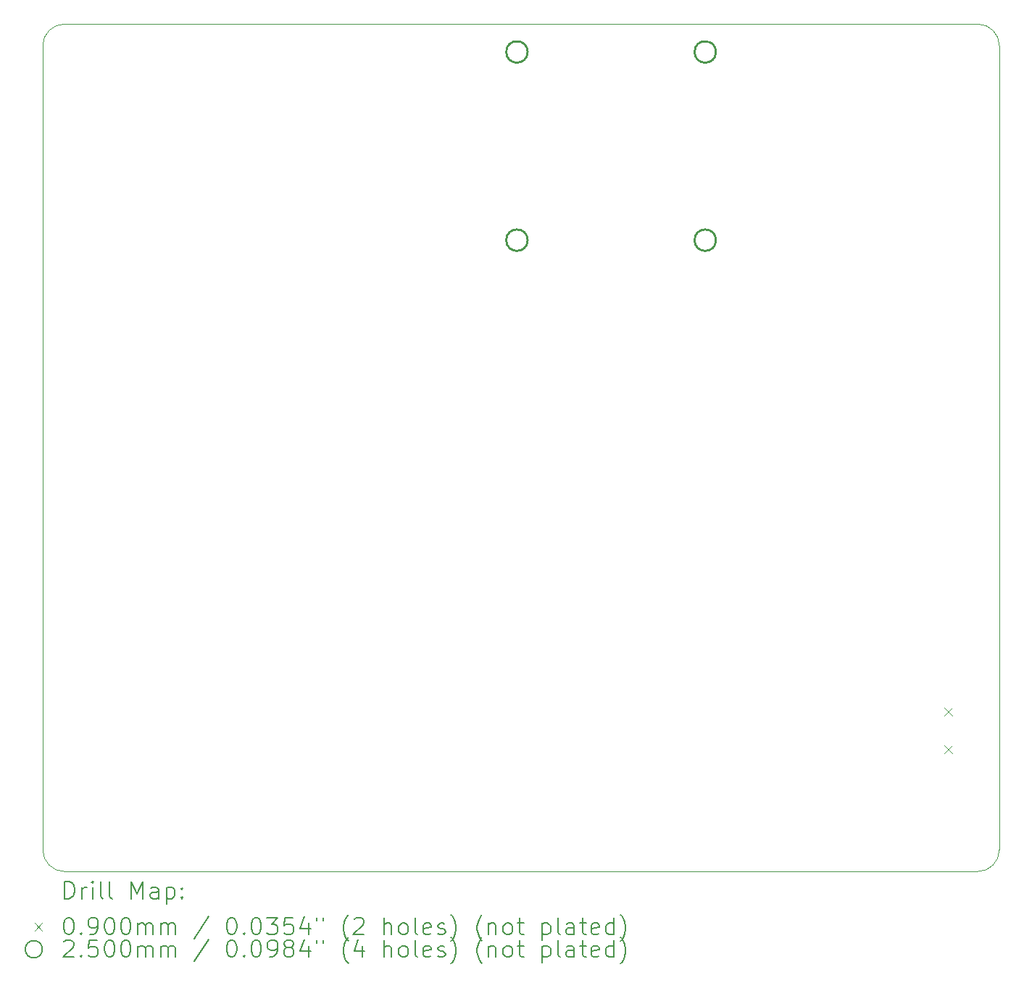
<source format=gbr>
%TF.GenerationSoftware,KiCad,Pcbnew,7.0.6*%
%TF.CreationDate,2023-08-10T11:02:31+03:00*%
%TF.ProjectId,2023-staj-projesi,32303233-2d73-4746-916a-2d70726f6a65,1.0*%
%TF.SameCoordinates,Original*%
%TF.FileFunction,Drillmap*%
%TF.FilePolarity,Positive*%
%FSLAX45Y45*%
G04 Gerber Fmt 4.5, Leading zero omitted, Abs format (unit mm)*
G04 Created by KiCad (PCBNEW 7.0.6) date 2023-08-10 11:02:31*
%MOMM*%
%LPD*%
G01*
G04 APERTURE LIST*
%ADD10C,0.100000*%
%ADD11C,0.200000*%
%ADD12C,0.090000*%
%ADD13C,0.250000*%
G04 APERTURE END LIST*
D10*
X6350000Y-4318000D02*
X6350000Y-13716000D01*
X17526000Y-4318000D02*
G75*
G03*
X17272000Y-4064000I-254000J0D01*
G01*
X17526000Y-13716000D02*
X17526000Y-4318000D01*
X6350000Y-13716000D02*
G75*
G03*
X6604000Y-13970000I254000J0D01*
G01*
X17272000Y-4064000D02*
X6604000Y-4064000D01*
X17272000Y-13970000D02*
G75*
G03*
X17526000Y-13716000I0J254000D01*
G01*
X6604000Y-4064000D02*
G75*
G03*
X6350000Y-4318000I0J-254000D01*
G01*
X6604000Y-13970000D02*
X17272000Y-13970000D01*
D11*
D12*
X16882500Y-12055000D02*
X16972500Y-12145000D01*
X16972500Y-12055000D02*
X16882500Y-12145000D01*
X16882500Y-12495000D02*
X16972500Y-12585000D01*
X16972500Y-12495000D02*
X16882500Y-12585000D01*
D13*
X12014500Y-4390500D02*
G75*
G03*
X12014500Y-4390500I-125000J0D01*
G01*
X12014500Y-6590500D02*
G75*
G03*
X12014500Y-6590500I-125000J0D01*
G01*
X14214500Y-4390500D02*
G75*
G03*
X14214500Y-4390500I-125000J0D01*
G01*
X14214500Y-6590500D02*
G75*
G03*
X14214500Y-6590500I-125000J0D01*
G01*
D11*
X6605777Y-14286484D02*
X6605777Y-14086484D01*
X6605777Y-14086484D02*
X6653396Y-14086484D01*
X6653396Y-14086484D02*
X6681967Y-14096008D01*
X6681967Y-14096008D02*
X6701015Y-14115055D01*
X6701015Y-14115055D02*
X6710539Y-14134103D01*
X6710539Y-14134103D02*
X6720062Y-14172198D01*
X6720062Y-14172198D02*
X6720062Y-14200769D01*
X6720062Y-14200769D02*
X6710539Y-14238865D01*
X6710539Y-14238865D02*
X6701015Y-14257912D01*
X6701015Y-14257912D02*
X6681967Y-14276960D01*
X6681967Y-14276960D02*
X6653396Y-14286484D01*
X6653396Y-14286484D02*
X6605777Y-14286484D01*
X6805777Y-14286484D02*
X6805777Y-14153150D01*
X6805777Y-14191246D02*
X6815301Y-14172198D01*
X6815301Y-14172198D02*
X6824824Y-14162674D01*
X6824824Y-14162674D02*
X6843872Y-14153150D01*
X6843872Y-14153150D02*
X6862920Y-14153150D01*
X6929586Y-14286484D02*
X6929586Y-14153150D01*
X6929586Y-14086484D02*
X6920062Y-14096008D01*
X6920062Y-14096008D02*
X6929586Y-14105531D01*
X6929586Y-14105531D02*
X6939110Y-14096008D01*
X6939110Y-14096008D02*
X6929586Y-14086484D01*
X6929586Y-14086484D02*
X6929586Y-14105531D01*
X7053396Y-14286484D02*
X7034348Y-14276960D01*
X7034348Y-14276960D02*
X7024824Y-14257912D01*
X7024824Y-14257912D02*
X7024824Y-14086484D01*
X7158158Y-14286484D02*
X7139110Y-14276960D01*
X7139110Y-14276960D02*
X7129586Y-14257912D01*
X7129586Y-14257912D02*
X7129586Y-14086484D01*
X7386729Y-14286484D02*
X7386729Y-14086484D01*
X7386729Y-14086484D02*
X7453396Y-14229341D01*
X7453396Y-14229341D02*
X7520062Y-14086484D01*
X7520062Y-14086484D02*
X7520062Y-14286484D01*
X7701015Y-14286484D02*
X7701015Y-14181722D01*
X7701015Y-14181722D02*
X7691491Y-14162674D01*
X7691491Y-14162674D02*
X7672443Y-14153150D01*
X7672443Y-14153150D02*
X7634348Y-14153150D01*
X7634348Y-14153150D02*
X7615301Y-14162674D01*
X7701015Y-14276960D02*
X7681967Y-14286484D01*
X7681967Y-14286484D02*
X7634348Y-14286484D01*
X7634348Y-14286484D02*
X7615301Y-14276960D01*
X7615301Y-14276960D02*
X7605777Y-14257912D01*
X7605777Y-14257912D02*
X7605777Y-14238865D01*
X7605777Y-14238865D02*
X7615301Y-14219817D01*
X7615301Y-14219817D02*
X7634348Y-14210293D01*
X7634348Y-14210293D02*
X7681967Y-14210293D01*
X7681967Y-14210293D02*
X7701015Y-14200769D01*
X7796253Y-14153150D02*
X7796253Y-14353150D01*
X7796253Y-14162674D02*
X7815301Y-14153150D01*
X7815301Y-14153150D02*
X7853396Y-14153150D01*
X7853396Y-14153150D02*
X7872443Y-14162674D01*
X7872443Y-14162674D02*
X7881967Y-14172198D01*
X7881967Y-14172198D02*
X7891491Y-14191246D01*
X7891491Y-14191246D02*
X7891491Y-14248388D01*
X7891491Y-14248388D02*
X7881967Y-14267436D01*
X7881967Y-14267436D02*
X7872443Y-14276960D01*
X7872443Y-14276960D02*
X7853396Y-14286484D01*
X7853396Y-14286484D02*
X7815301Y-14286484D01*
X7815301Y-14286484D02*
X7796253Y-14276960D01*
X7977205Y-14267436D02*
X7986729Y-14276960D01*
X7986729Y-14276960D02*
X7977205Y-14286484D01*
X7977205Y-14286484D02*
X7967682Y-14276960D01*
X7967682Y-14276960D02*
X7977205Y-14267436D01*
X7977205Y-14267436D02*
X7977205Y-14286484D01*
X7977205Y-14162674D02*
X7986729Y-14172198D01*
X7986729Y-14172198D02*
X7977205Y-14181722D01*
X7977205Y-14181722D02*
X7967682Y-14172198D01*
X7967682Y-14172198D02*
X7977205Y-14162674D01*
X7977205Y-14162674D02*
X7977205Y-14181722D01*
D12*
X6255000Y-14570000D02*
X6345000Y-14660000D01*
X6345000Y-14570000D02*
X6255000Y-14660000D01*
D11*
X6643872Y-14506484D02*
X6662920Y-14506484D01*
X6662920Y-14506484D02*
X6681967Y-14516008D01*
X6681967Y-14516008D02*
X6691491Y-14525531D01*
X6691491Y-14525531D02*
X6701015Y-14544579D01*
X6701015Y-14544579D02*
X6710539Y-14582674D01*
X6710539Y-14582674D02*
X6710539Y-14630293D01*
X6710539Y-14630293D02*
X6701015Y-14668388D01*
X6701015Y-14668388D02*
X6691491Y-14687436D01*
X6691491Y-14687436D02*
X6681967Y-14696960D01*
X6681967Y-14696960D02*
X6662920Y-14706484D01*
X6662920Y-14706484D02*
X6643872Y-14706484D01*
X6643872Y-14706484D02*
X6624824Y-14696960D01*
X6624824Y-14696960D02*
X6615301Y-14687436D01*
X6615301Y-14687436D02*
X6605777Y-14668388D01*
X6605777Y-14668388D02*
X6596253Y-14630293D01*
X6596253Y-14630293D02*
X6596253Y-14582674D01*
X6596253Y-14582674D02*
X6605777Y-14544579D01*
X6605777Y-14544579D02*
X6615301Y-14525531D01*
X6615301Y-14525531D02*
X6624824Y-14516008D01*
X6624824Y-14516008D02*
X6643872Y-14506484D01*
X6796253Y-14687436D02*
X6805777Y-14696960D01*
X6805777Y-14696960D02*
X6796253Y-14706484D01*
X6796253Y-14706484D02*
X6786729Y-14696960D01*
X6786729Y-14696960D02*
X6796253Y-14687436D01*
X6796253Y-14687436D02*
X6796253Y-14706484D01*
X6901015Y-14706484D02*
X6939110Y-14706484D01*
X6939110Y-14706484D02*
X6958158Y-14696960D01*
X6958158Y-14696960D02*
X6967682Y-14687436D01*
X6967682Y-14687436D02*
X6986729Y-14658865D01*
X6986729Y-14658865D02*
X6996253Y-14620769D01*
X6996253Y-14620769D02*
X6996253Y-14544579D01*
X6996253Y-14544579D02*
X6986729Y-14525531D01*
X6986729Y-14525531D02*
X6977205Y-14516008D01*
X6977205Y-14516008D02*
X6958158Y-14506484D01*
X6958158Y-14506484D02*
X6920062Y-14506484D01*
X6920062Y-14506484D02*
X6901015Y-14516008D01*
X6901015Y-14516008D02*
X6891491Y-14525531D01*
X6891491Y-14525531D02*
X6881967Y-14544579D01*
X6881967Y-14544579D02*
X6881967Y-14592198D01*
X6881967Y-14592198D02*
X6891491Y-14611246D01*
X6891491Y-14611246D02*
X6901015Y-14620769D01*
X6901015Y-14620769D02*
X6920062Y-14630293D01*
X6920062Y-14630293D02*
X6958158Y-14630293D01*
X6958158Y-14630293D02*
X6977205Y-14620769D01*
X6977205Y-14620769D02*
X6986729Y-14611246D01*
X6986729Y-14611246D02*
X6996253Y-14592198D01*
X7120062Y-14506484D02*
X7139110Y-14506484D01*
X7139110Y-14506484D02*
X7158158Y-14516008D01*
X7158158Y-14516008D02*
X7167682Y-14525531D01*
X7167682Y-14525531D02*
X7177205Y-14544579D01*
X7177205Y-14544579D02*
X7186729Y-14582674D01*
X7186729Y-14582674D02*
X7186729Y-14630293D01*
X7186729Y-14630293D02*
X7177205Y-14668388D01*
X7177205Y-14668388D02*
X7167682Y-14687436D01*
X7167682Y-14687436D02*
X7158158Y-14696960D01*
X7158158Y-14696960D02*
X7139110Y-14706484D01*
X7139110Y-14706484D02*
X7120062Y-14706484D01*
X7120062Y-14706484D02*
X7101015Y-14696960D01*
X7101015Y-14696960D02*
X7091491Y-14687436D01*
X7091491Y-14687436D02*
X7081967Y-14668388D01*
X7081967Y-14668388D02*
X7072443Y-14630293D01*
X7072443Y-14630293D02*
X7072443Y-14582674D01*
X7072443Y-14582674D02*
X7081967Y-14544579D01*
X7081967Y-14544579D02*
X7091491Y-14525531D01*
X7091491Y-14525531D02*
X7101015Y-14516008D01*
X7101015Y-14516008D02*
X7120062Y-14506484D01*
X7310539Y-14506484D02*
X7329586Y-14506484D01*
X7329586Y-14506484D02*
X7348634Y-14516008D01*
X7348634Y-14516008D02*
X7358158Y-14525531D01*
X7358158Y-14525531D02*
X7367682Y-14544579D01*
X7367682Y-14544579D02*
X7377205Y-14582674D01*
X7377205Y-14582674D02*
X7377205Y-14630293D01*
X7377205Y-14630293D02*
X7367682Y-14668388D01*
X7367682Y-14668388D02*
X7358158Y-14687436D01*
X7358158Y-14687436D02*
X7348634Y-14696960D01*
X7348634Y-14696960D02*
X7329586Y-14706484D01*
X7329586Y-14706484D02*
X7310539Y-14706484D01*
X7310539Y-14706484D02*
X7291491Y-14696960D01*
X7291491Y-14696960D02*
X7281967Y-14687436D01*
X7281967Y-14687436D02*
X7272443Y-14668388D01*
X7272443Y-14668388D02*
X7262920Y-14630293D01*
X7262920Y-14630293D02*
X7262920Y-14582674D01*
X7262920Y-14582674D02*
X7272443Y-14544579D01*
X7272443Y-14544579D02*
X7281967Y-14525531D01*
X7281967Y-14525531D02*
X7291491Y-14516008D01*
X7291491Y-14516008D02*
X7310539Y-14506484D01*
X7462920Y-14706484D02*
X7462920Y-14573150D01*
X7462920Y-14592198D02*
X7472443Y-14582674D01*
X7472443Y-14582674D02*
X7491491Y-14573150D01*
X7491491Y-14573150D02*
X7520063Y-14573150D01*
X7520063Y-14573150D02*
X7539110Y-14582674D01*
X7539110Y-14582674D02*
X7548634Y-14601722D01*
X7548634Y-14601722D02*
X7548634Y-14706484D01*
X7548634Y-14601722D02*
X7558158Y-14582674D01*
X7558158Y-14582674D02*
X7577205Y-14573150D01*
X7577205Y-14573150D02*
X7605777Y-14573150D01*
X7605777Y-14573150D02*
X7624824Y-14582674D01*
X7624824Y-14582674D02*
X7634348Y-14601722D01*
X7634348Y-14601722D02*
X7634348Y-14706484D01*
X7729586Y-14706484D02*
X7729586Y-14573150D01*
X7729586Y-14592198D02*
X7739110Y-14582674D01*
X7739110Y-14582674D02*
X7758158Y-14573150D01*
X7758158Y-14573150D02*
X7786729Y-14573150D01*
X7786729Y-14573150D02*
X7805777Y-14582674D01*
X7805777Y-14582674D02*
X7815301Y-14601722D01*
X7815301Y-14601722D02*
X7815301Y-14706484D01*
X7815301Y-14601722D02*
X7824824Y-14582674D01*
X7824824Y-14582674D02*
X7843872Y-14573150D01*
X7843872Y-14573150D02*
X7872443Y-14573150D01*
X7872443Y-14573150D02*
X7891491Y-14582674D01*
X7891491Y-14582674D02*
X7901015Y-14601722D01*
X7901015Y-14601722D02*
X7901015Y-14706484D01*
X8291491Y-14496960D02*
X8120063Y-14754103D01*
X8548634Y-14506484D02*
X8567682Y-14506484D01*
X8567682Y-14506484D02*
X8586729Y-14516008D01*
X8586729Y-14516008D02*
X8596253Y-14525531D01*
X8596253Y-14525531D02*
X8605777Y-14544579D01*
X8605777Y-14544579D02*
X8615301Y-14582674D01*
X8615301Y-14582674D02*
X8615301Y-14630293D01*
X8615301Y-14630293D02*
X8605777Y-14668388D01*
X8605777Y-14668388D02*
X8596253Y-14687436D01*
X8596253Y-14687436D02*
X8586729Y-14696960D01*
X8586729Y-14696960D02*
X8567682Y-14706484D01*
X8567682Y-14706484D02*
X8548634Y-14706484D01*
X8548634Y-14706484D02*
X8529587Y-14696960D01*
X8529587Y-14696960D02*
X8520063Y-14687436D01*
X8520063Y-14687436D02*
X8510539Y-14668388D01*
X8510539Y-14668388D02*
X8501015Y-14630293D01*
X8501015Y-14630293D02*
X8501015Y-14582674D01*
X8501015Y-14582674D02*
X8510539Y-14544579D01*
X8510539Y-14544579D02*
X8520063Y-14525531D01*
X8520063Y-14525531D02*
X8529587Y-14516008D01*
X8529587Y-14516008D02*
X8548634Y-14506484D01*
X8701015Y-14687436D02*
X8710539Y-14696960D01*
X8710539Y-14696960D02*
X8701015Y-14706484D01*
X8701015Y-14706484D02*
X8691491Y-14696960D01*
X8691491Y-14696960D02*
X8701015Y-14687436D01*
X8701015Y-14687436D02*
X8701015Y-14706484D01*
X8834348Y-14506484D02*
X8853396Y-14506484D01*
X8853396Y-14506484D02*
X8872444Y-14516008D01*
X8872444Y-14516008D02*
X8881968Y-14525531D01*
X8881968Y-14525531D02*
X8891491Y-14544579D01*
X8891491Y-14544579D02*
X8901015Y-14582674D01*
X8901015Y-14582674D02*
X8901015Y-14630293D01*
X8901015Y-14630293D02*
X8891491Y-14668388D01*
X8891491Y-14668388D02*
X8881968Y-14687436D01*
X8881968Y-14687436D02*
X8872444Y-14696960D01*
X8872444Y-14696960D02*
X8853396Y-14706484D01*
X8853396Y-14706484D02*
X8834348Y-14706484D01*
X8834348Y-14706484D02*
X8815301Y-14696960D01*
X8815301Y-14696960D02*
X8805777Y-14687436D01*
X8805777Y-14687436D02*
X8796253Y-14668388D01*
X8796253Y-14668388D02*
X8786729Y-14630293D01*
X8786729Y-14630293D02*
X8786729Y-14582674D01*
X8786729Y-14582674D02*
X8796253Y-14544579D01*
X8796253Y-14544579D02*
X8805777Y-14525531D01*
X8805777Y-14525531D02*
X8815301Y-14516008D01*
X8815301Y-14516008D02*
X8834348Y-14506484D01*
X8967682Y-14506484D02*
X9091491Y-14506484D01*
X9091491Y-14506484D02*
X9024825Y-14582674D01*
X9024825Y-14582674D02*
X9053396Y-14582674D01*
X9053396Y-14582674D02*
X9072444Y-14592198D01*
X9072444Y-14592198D02*
X9081968Y-14601722D01*
X9081968Y-14601722D02*
X9091491Y-14620769D01*
X9091491Y-14620769D02*
X9091491Y-14668388D01*
X9091491Y-14668388D02*
X9081968Y-14687436D01*
X9081968Y-14687436D02*
X9072444Y-14696960D01*
X9072444Y-14696960D02*
X9053396Y-14706484D01*
X9053396Y-14706484D02*
X8996253Y-14706484D01*
X8996253Y-14706484D02*
X8977206Y-14696960D01*
X8977206Y-14696960D02*
X8967682Y-14687436D01*
X9272444Y-14506484D02*
X9177206Y-14506484D01*
X9177206Y-14506484D02*
X9167682Y-14601722D01*
X9167682Y-14601722D02*
X9177206Y-14592198D01*
X9177206Y-14592198D02*
X9196253Y-14582674D01*
X9196253Y-14582674D02*
X9243872Y-14582674D01*
X9243872Y-14582674D02*
X9262920Y-14592198D01*
X9262920Y-14592198D02*
X9272444Y-14601722D01*
X9272444Y-14601722D02*
X9281968Y-14620769D01*
X9281968Y-14620769D02*
X9281968Y-14668388D01*
X9281968Y-14668388D02*
X9272444Y-14687436D01*
X9272444Y-14687436D02*
X9262920Y-14696960D01*
X9262920Y-14696960D02*
X9243872Y-14706484D01*
X9243872Y-14706484D02*
X9196253Y-14706484D01*
X9196253Y-14706484D02*
X9177206Y-14696960D01*
X9177206Y-14696960D02*
X9167682Y-14687436D01*
X9453396Y-14573150D02*
X9453396Y-14706484D01*
X9405777Y-14496960D02*
X9358158Y-14639817D01*
X9358158Y-14639817D02*
X9481968Y-14639817D01*
X9548634Y-14506484D02*
X9548634Y-14544579D01*
X9624825Y-14506484D02*
X9624825Y-14544579D01*
X9920063Y-14782674D02*
X9910539Y-14773150D01*
X9910539Y-14773150D02*
X9891491Y-14744579D01*
X9891491Y-14744579D02*
X9881968Y-14725531D01*
X9881968Y-14725531D02*
X9872444Y-14696960D01*
X9872444Y-14696960D02*
X9862920Y-14649341D01*
X9862920Y-14649341D02*
X9862920Y-14611246D01*
X9862920Y-14611246D02*
X9872444Y-14563627D01*
X9872444Y-14563627D02*
X9881968Y-14535055D01*
X9881968Y-14535055D02*
X9891491Y-14516008D01*
X9891491Y-14516008D02*
X9910539Y-14487436D01*
X9910539Y-14487436D02*
X9920063Y-14477912D01*
X9986730Y-14525531D02*
X9996253Y-14516008D01*
X9996253Y-14516008D02*
X10015301Y-14506484D01*
X10015301Y-14506484D02*
X10062920Y-14506484D01*
X10062920Y-14506484D02*
X10081968Y-14516008D01*
X10081968Y-14516008D02*
X10091491Y-14525531D01*
X10091491Y-14525531D02*
X10101015Y-14544579D01*
X10101015Y-14544579D02*
X10101015Y-14563627D01*
X10101015Y-14563627D02*
X10091491Y-14592198D01*
X10091491Y-14592198D02*
X9977206Y-14706484D01*
X9977206Y-14706484D02*
X10101015Y-14706484D01*
X10339111Y-14706484D02*
X10339111Y-14506484D01*
X10424825Y-14706484D02*
X10424825Y-14601722D01*
X10424825Y-14601722D02*
X10415301Y-14582674D01*
X10415301Y-14582674D02*
X10396253Y-14573150D01*
X10396253Y-14573150D02*
X10367682Y-14573150D01*
X10367682Y-14573150D02*
X10348634Y-14582674D01*
X10348634Y-14582674D02*
X10339111Y-14592198D01*
X10548634Y-14706484D02*
X10529587Y-14696960D01*
X10529587Y-14696960D02*
X10520063Y-14687436D01*
X10520063Y-14687436D02*
X10510539Y-14668388D01*
X10510539Y-14668388D02*
X10510539Y-14611246D01*
X10510539Y-14611246D02*
X10520063Y-14592198D01*
X10520063Y-14592198D02*
X10529587Y-14582674D01*
X10529587Y-14582674D02*
X10548634Y-14573150D01*
X10548634Y-14573150D02*
X10577206Y-14573150D01*
X10577206Y-14573150D02*
X10596253Y-14582674D01*
X10596253Y-14582674D02*
X10605777Y-14592198D01*
X10605777Y-14592198D02*
X10615301Y-14611246D01*
X10615301Y-14611246D02*
X10615301Y-14668388D01*
X10615301Y-14668388D02*
X10605777Y-14687436D01*
X10605777Y-14687436D02*
X10596253Y-14696960D01*
X10596253Y-14696960D02*
X10577206Y-14706484D01*
X10577206Y-14706484D02*
X10548634Y-14706484D01*
X10729587Y-14706484D02*
X10710539Y-14696960D01*
X10710539Y-14696960D02*
X10701015Y-14677912D01*
X10701015Y-14677912D02*
X10701015Y-14506484D01*
X10881968Y-14696960D02*
X10862920Y-14706484D01*
X10862920Y-14706484D02*
X10824825Y-14706484D01*
X10824825Y-14706484D02*
X10805777Y-14696960D01*
X10805777Y-14696960D02*
X10796253Y-14677912D01*
X10796253Y-14677912D02*
X10796253Y-14601722D01*
X10796253Y-14601722D02*
X10805777Y-14582674D01*
X10805777Y-14582674D02*
X10824825Y-14573150D01*
X10824825Y-14573150D02*
X10862920Y-14573150D01*
X10862920Y-14573150D02*
X10881968Y-14582674D01*
X10881968Y-14582674D02*
X10891492Y-14601722D01*
X10891492Y-14601722D02*
X10891492Y-14620769D01*
X10891492Y-14620769D02*
X10796253Y-14639817D01*
X10967682Y-14696960D02*
X10986730Y-14706484D01*
X10986730Y-14706484D02*
X11024825Y-14706484D01*
X11024825Y-14706484D02*
X11043873Y-14696960D01*
X11043873Y-14696960D02*
X11053396Y-14677912D01*
X11053396Y-14677912D02*
X11053396Y-14668388D01*
X11053396Y-14668388D02*
X11043873Y-14649341D01*
X11043873Y-14649341D02*
X11024825Y-14639817D01*
X11024825Y-14639817D02*
X10996253Y-14639817D01*
X10996253Y-14639817D02*
X10977206Y-14630293D01*
X10977206Y-14630293D02*
X10967682Y-14611246D01*
X10967682Y-14611246D02*
X10967682Y-14601722D01*
X10967682Y-14601722D02*
X10977206Y-14582674D01*
X10977206Y-14582674D02*
X10996253Y-14573150D01*
X10996253Y-14573150D02*
X11024825Y-14573150D01*
X11024825Y-14573150D02*
X11043873Y-14582674D01*
X11120063Y-14782674D02*
X11129587Y-14773150D01*
X11129587Y-14773150D02*
X11148634Y-14744579D01*
X11148634Y-14744579D02*
X11158158Y-14725531D01*
X11158158Y-14725531D02*
X11167682Y-14696960D01*
X11167682Y-14696960D02*
X11177206Y-14649341D01*
X11177206Y-14649341D02*
X11177206Y-14611246D01*
X11177206Y-14611246D02*
X11167682Y-14563627D01*
X11167682Y-14563627D02*
X11158158Y-14535055D01*
X11158158Y-14535055D02*
X11148634Y-14516008D01*
X11148634Y-14516008D02*
X11129587Y-14487436D01*
X11129587Y-14487436D02*
X11120063Y-14477912D01*
X11481968Y-14782674D02*
X11472444Y-14773150D01*
X11472444Y-14773150D02*
X11453396Y-14744579D01*
X11453396Y-14744579D02*
X11443872Y-14725531D01*
X11443872Y-14725531D02*
X11434349Y-14696960D01*
X11434349Y-14696960D02*
X11424825Y-14649341D01*
X11424825Y-14649341D02*
X11424825Y-14611246D01*
X11424825Y-14611246D02*
X11434349Y-14563627D01*
X11434349Y-14563627D02*
X11443872Y-14535055D01*
X11443872Y-14535055D02*
X11453396Y-14516008D01*
X11453396Y-14516008D02*
X11472444Y-14487436D01*
X11472444Y-14487436D02*
X11481968Y-14477912D01*
X11558158Y-14573150D02*
X11558158Y-14706484D01*
X11558158Y-14592198D02*
X11567682Y-14582674D01*
X11567682Y-14582674D02*
X11586730Y-14573150D01*
X11586730Y-14573150D02*
X11615301Y-14573150D01*
X11615301Y-14573150D02*
X11634349Y-14582674D01*
X11634349Y-14582674D02*
X11643872Y-14601722D01*
X11643872Y-14601722D02*
X11643872Y-14706484D01*
X11767682Y-14706484D02*
X11748634Y-14696960D01*
X11748634Y-14696960D02*
X11739111Y-14687436D01*
X11739111Y-14687436D02*
X11729587Y-14668388D01*
X11729587Y-14668388D02*
X11729587Y-14611246D01*
X11729587Y-14611246D02*
X11739111Y-14592198D01*
X11739111Y-14592198D02*
X11748634Y-14582674D01*
X11748634Y-14582674D02*
X11767682Y-14573150D01*
X11767682Y-14573150D02*
X11796253Y-14573150D01*
X11796253Y-14573150D02*
X11815301Y-14582674D01*
X11815301Y-14582674D02*
X11824825Y-14592198D01*
X11824825Y-14592198D02*
X11834349Y-14611246D01*
X11834349Y-14611246D02*
X11834349Y-14668388D01*
X11834349Y-14668388D02*
X11824825Y-14687436D01*
X11824825Y-14687436D02*
X11815301Y-14696960D01*
X11815301Y-14696960D02*
X11796253Y-14706484D01*
X11796253Y-14706484D02*
X11767682Y-14706484D01*
X11891492Y-14573150D02*
X11967682Y-14573150D01*
X11920063Y-14506484D02*
X11920063Y-14677912D01*
X11920063Y-14677912D02*
X11929587Y-14696960D01*
X11929587Y-14696960D02*
X11948634Y-14706484D01*
X11948634Y-14706484D02*
X11967682Y-14706484D01*
X12186730Y-14573150D02*
X12186730Y-14773150D01*
X12186730Y-14582674D02*
X12205777Y-14573150D01*
X12205777Y-14573150D02*
X12243873Y-14573150D01*
X12243873Y-14573150D02*
X12262920Y-14582674D01*
X12262920Y-14582674D02*
X12272444Y-14592198D01*
X12272444Y-14592198D02*
X12281968Y-14611246D01*
X12281968Y-14611246D02*
X12281968Y-14668388D01*
X12281968Y-14668388D02*
X12272444Y-14687436D01*
X12272444Y-14687436D02*
X12262920Y-14696960D01*
X12262920Y-14696960D02*
X12243873Y-14706484D01*
X12243873Y-14706484D02*
X12205777Y-14706484D01*
X12205777Y-14706484D02*
X12186730Y-14696960D01*
X12396253Y-14706484D02*
X12377206Y-14696960D01*
X12377206Y-14696960D02*
X12367682Y-14677912D01*
X12367682Y-14677912D02*
X12367682Y-14506484D01*
X12558158Y-14706484D02*
X12558158Y-14601722D01*
X12558158Y-14601722D02*
X12548634Y-14582674D01*
X12548634Y-14582674D02*
X12529587Y-14573150D01*
X12529587Y-14573150D02*
X12491492Y-14573150D01*
X12491492Y-14573150D02*
X12472444Y-14582674D01*
X12558158Y-14696960D02*
X12539111Y-14706484D01*
X12539111Y-14706484D02*
X12491492Y-14706484D01*
X12491492Y-14706484D02*
X12472444Y-14696960D01*
X12472444Y-14696960D02*
X12462920Y-14677912D01*
X12462920Y-14677912D02*
X12462920Y-14658865D01*
X12462920Y-14658865D02*
X12472444Y-14639817D01*
X12472444Y-14639817D02*
X12491492Y-14630293D01*
X12491492Y-14630293D02*
X12539111Y-14630293D01*
X12539111Y-14630293D02*
X12558158Y-14620769D01*
X12624825Y-14573150D02*
X12701015Y-14573150D01*
X12653396Y-14506484D02*
X12653396Y-14677912D01*
X12653396Y-14677912D02*
X12662920Y-14696960D01*
X12662920Y-14696960D02*
X12681968Y-14706484D01*
X12681968Y-14706484D02*
X12701015Y-14706484D01*
X12843873Y-14696960D02*
X12824825Y-14706484D01*
X12824825Y-14706484D02*
X12786730Y-14706484D01*
X12786730Y-14706484D02*
X12767682Y-14696960D01*
X12767682Y-14696960D02*
X12758158Y-14677912D01*
X12758158Y-14677912D02*
X12758158Y-14601722D01*
X12758158Y-14601722D02*
X12767682Y-14582674D01*
X12767682Y-14582674D02*
X12786730Y-14573150D01*
X12786730Y-14573150D02*
X12824825Y-14573150D01*
X12824825Y-14573150D02*
X12843873Y-14582674D01*
X12843873Y-14582674D02*
X12853396Y-14601722D01*
X12853396Y-14601722D02*
X12853396Y-14620769D01*
X12853396Y-14620769D02*
X12758158Y-14639817D01*
X13024825Y-14706484D02*
X13024825Y-14506484D01*
X13024825Y-14696960D02*
X13005777Y-14706484D01*
X13005777Y-14706484D02*
X12967682Y-14706484D01*
X12967682Y-14706484D02*
X12948634Y-14696960D01*
X12948634Y-14696960D02*
X12939111Y-14687436D01*
X12939111Y-14687436D02*
X12929587Y-14668388D01*
X12929587Y-14668388D02*
X12929587Y-14611246D01*
X12929587Y-14611246D02*
X12939111Y-14592198D01*
X12939111Y-14592198D02*
X12948634Y-14582674D01*
X12948634Y-14582674D02*
X12967682Y-14573150D01*
X12967682Y-14573150D02*
X13005777Y-14573150D01*
X13005777Y-14573150D02*
X13024825Y-14582674D01*
X13101015Y-14782674D02*
X13110539Y-14773150D01*
X13110539Y-14773150D02*
X13129587Y-14744579D01*
X13129587Y-14744579D02*
X13139111Y-14725531D01*
X13139111Y-14725531D02*
X13148634Y-14696960D01*
X13148634Y-14696960D02*
X13158158Y-14649341D01*
X13158158Y-14649341D02*
X13158158Y-14611246D01*
X13158158Y-14611246D02*
X13148634Y-14563627D01*
X13148634Y-14563627D02*
X13139111Y-14535055D01*
X13139111Y-14535055D02*
X13129587Y-14516008D01*
X13129587Y-14516008D02*
X13110539Y-14487436D01*
X13110539Y-14487436D02*
X13101015Y-14477912D01*
X6345000Y-14879000D02*
G75*
G03*
X6345000Y-14879000I-100000J0D01*
G01*
X6596253Y-14789531D02*
X6605777Y-14780008D01*
X6605777Y-14780008D02*
X6624824Y-14770484D01*
X6624824Y-14770484D02*
X6672443Y-14770484D01*
X6672443Y-14770484D02*
X6691491Y-14780008D01*
X6691491Y-14780008D02*
X6701015Y-14789531D01*
X6701015Y-14789531D02*
X6710539Y-14808579D01*
X6710539Y-14808579D02*
X6710539Y-14827627D01*
X6710539Y-14827627D02*
X6701015Y-14856198D01*
X6701015Y-14856198D02*
X6586729Y-14970484D01*
X6586729Y-14970484D02*
X6710539Y-14970484D01*
X6796253Y-14951436D02*
X6805777Y-14960960D01*
X6805777Y-14960960D02*
X6796253Y-14970484D01*
X6796253Y-14970484D02*
X6786729Y-14960960D01*
X6786729Y-14960960D02*
X6796253Y-14951436D01*
X6796253Y-14951436D02*
X6796253Y-14970484D01*
X6986729Y-14770484D02*
X6891491Y-14770484D01*
X6891491Y-14770484D02*
X6881967Y-14865722D01*
X6881967Y-14865722D02*
X6891491Y-14856198D01*
X6891491Y-14856198D02*
X6910539Y-14846674D01*
X6910539Y-14846674D02*
X6958158Y-14846674D01*
X6958158Y-14846674D02*
X6977205Y-14856198D01*
X6977205Y-14856198D02*
X6986729Y-14865722D01*
X6986729Y-14865722D02*
X6996253Y-14884769D01*
X6996253Y-14884769D02*
X6996253Y-14932388D01*
X6996253Y-14932388D02*
X6986729Y-14951436D01*
X6986729Y-14951436D02*
X6977205Y-14960960D01*
X6977205Y-14960960D02*
X6958158Y-14970484D01*
X6958158Y-14970484D02*
X6910539Y-14970484D01*
X6910539Y-14970484D02*
X6891491Y-14960960D01*
X6891491Y-14960960D02*
X6881967Y-14951436D01*
X7120062Y-14770484D02*
X7139110Y-14770484D01*
X7139110Y-14770484D02*
X7158158Y-14780008D01*
X7158158Y-14780008D02*
X7167682Y-14789531D01*
X7167682Y-14789531D02*
X7177205Y-14808579D01*
X7177205Y-14808579D02*
X7186729Y-14846674D01*
X7186729Y-14846674D02*
X7186729Y-14894293D01*
X7186729Y-14894293D02*
X7177205Y-14932388D01*
X7177205Y-14932388D02*
X7167682Y-14951436D01*
X7167682Y-14951436D02*
X7158158Y-14960960D01*
X7158158Y-14960960D02*
X7139110Y-14970484D01*
X7139110Y-14970484D02*
X7120062Y-14970484D01*
X7120062Y-14970484D02*
X7101015Y-14960960D01*
X7101015Y-14960960D02*
X7091491Y-14951436D01*
X7091491Y-14951436D02*
X7081967Y-14932388D01*
X7081967Y-14932388D02*
X7072443Y-14894293D01*
X7072443Y-14894293D02*
X7072443Y-14846674D01*
X7072443Y-14846674D02*
X7081967Y-14808579D01*
X7081967Y-14808579D02*
X7091491Y-14789531D01*
X7091491Y-14789531D02*
X7101015Y-14780008D01*
X7101015Y-14780008D02*
X7120062Y-14770484D01*
X7310539Y-14770484D02*
X7329586Y-14770484D01*
X7329586Y-14770484D02*
X7348634Y-14780008D01*
X7348634Y-14780008D02*
X7358158Y-14789531D01*
X7358158Y-14789531D02*
X7367682Y-14808579D01*
X7367682Y-14808579D02*
X7377205Y-14846674D01*
X7377205Y-14846674D02*
X7377205Y-14894293D01*
X7377205Y-14894293D02*
X7367682Y-14932388D01*
X7367682Y-14932388D02*
X7358158Y-14951436D01*
X7358158Y-14951436D02*
X7348634Y-14960960D01*
X7348634Y-14960960D02*
X7329586Y-14970484D01*
X7329586Y-14970484D02*
X7310539Y-14970484D01*
X7310539Y-14970484D02*
X7291491Y-14960960D01*
X7291491Y-14960960D02*
X7281967Y-14951436D01*
X7281967Y-14951436D02*
X7272443Y-14932388D01*
X7272443Y-14932388D02*
X7262920Y-14894293D01*
X7262920Y-14894293D02*
X7262920Y-14846674D01*
X7262920Y-14846674D02*
X7272443Y-14808579D01*
X7272443Y-14808579D02*
X7281967Y-14789531D01*
X7281967Y-14789531D02*
X7291491Y-14780008D01*
X7291491Y-14780008D02*
X7310539Y-14770484D01*
X7462920Y-14970484D02*
X7462920Y-14837150D01*
X7462920Y-14856198D02*
X7472443Y-14846674D01*
X7472443Y-14846674D02*
X7491491Y-14837150D01*
X7491491Y-14837150D02*
X7520063Y-14837150D01*
X7520063Y-14837150D02*
X7539110Y-14846674D01*
X7539110Y-14846674D02*
X7548634Y-14865722D01*
X7548634Y-14865722D02*
X7548634Y-14970484D01*
X7548634Y-14865722D02*
X7558158Y-14846674D01*
X7558158Y-14846674D02*
X7577205Y-14837150D01*
X7577205Y-14837150D02*
X7605777Y-14837150D01*
X7605777Y-14837150D02*
X7624824Y-14846674D01*
X7624824Y-14846674D02*
X7634348Y-14865722D01*
X7634348Y-14865722D02*
X7634348Y-14970484D01*
X7729586Y-14970484D02*
X7729586Y-14837150D01*
X7729586Y-14856198D02*
X7739110Y-14846674D01*
X7739110Y-14846674D02*
X7758158Y-14837150D01*
X7758158Y-14837150D02*
X7786729Y-14837150D01*
X7786729Y-14837150D02*
X7805777Y-14846674D01*
X7805777Y-14846674D02*
X7815301Y-14865722D01*
X7815301Y-14865722D02*
X7815301Y-14970484D01*
X7815301Y-14865722D02*
X7824824Y-14846674D01*
X7824824Y-14846674D02*
X7843872Y-14837150D01*
X7843872Y-14837150D02*
X7872443Y-14837150D01*
X7872443Y-14837150D02*
X7891491Y-14846674D01*
X7891491Y-14846674D02*
X7901015Y-14865722D01*
X7901015Y-14865722D02*
X7901015Y-14970484D01*
X8291491Y-14760960D02*
X8120063Y-15018103D01*
X8548634Y-14770484D02*
X8567682Y-14770484D01*
X8567682Y-14770484D02*
X8586729Y-14780008D01*
X8586729Y-14780008D02*
X8596253Y-14789531D01*
X8596253Y-14789531D02*
X8605777Y-14808579D01*
X8605777Y-14808579D02*
X8615301Y-14846674D01*
X8615301Y-14846674D02*
X8615301Y-14894293D01*
X8615301Y-14894293D02*
X8605777Y-14932388D01*
X8605777Y-14932388D02*
X8596253Y-14951436D01*
X8596253Y-14951436D02*
X8586729Y-14960960D01*
X8586729Y-14960960D02*
X8567682Y-14970484D01*
X8567682Y-14970484D02*
X8548634Y-14970484D01*
X8548634Y-14970484D02*
X8529587Y-14960960D01*
X8529587Y-14960960D02*
X8520063Y-14951436D01*
X8520063Y-14951436D02*
X8510539Y-14932388D01*
X8510539Y-14932388D02*
X8501015Y-14894293D01*
X8501015Y-14894293D02*
X8501015Y-14846674D01*
X8501015Y-14846674D02*
X8510539Y-14808579D01*
X8510539Y-14808579D02*
X8520063Y-14789531D01*
X8520063Y-14789531D02*
X8529587Y-14780008D01*
X8529587Y-14780008D02*
X8548634Y-14770484D01*
X8701015Y-14951436D02*
X8710539Y-14960960D01*
X8710539Y-14960960D02*
X8701015Y-14970484D01*
X8701015Y-14970484D02*
X8691491Y-14960960D01*
X8691491Y-14960960D02*
X8701015Y-14951436D01*
X8701015Y-14951436D02*
X8701015Y-14970484D01*
X8834348Y-14770484D02*
X8853396Y-14770484D01*
X8853396Y-14770484D02*
X8872444Y-14780008D01*
X8872444Y-14780008D02*
X8881968Y-14789531D01*
X8881968Y-14789531D02*
X8891491Y-14808579D01*
X8891491Y-14808579D02*
X8901015Y-14846674D01*
X8901015Y-14846674D02*
X8901015Y-14894293D01*
X8901015Y-14894293D02*
X8891491Y-14932388D01*
X8891491Y-14932388D02*
X8881968Y-14951436D01*
X8881968Y-14951436D02*
X8872444Y-14960960D01*
X8872444Y-14960960D02*
X8853396Y-14970484D01*
X8853396Y-14970484D02*
X8834348Y-14970484D01*
X8834348Y-14970484D02*
X8815301Y-14960960D01*
X8815301Y-14960960D02*
X8805777Y-14951436D01*
X8805777Y-14951436D02*
X8796253Y-14932388D01*
X8796253Y-14932388D02*
X8786729Y-14894293D01*
X8786729Y-14894293D02*
X8786729Y-14846674D01*
X8786729Y-14846674D02*
X8796253Y-14808579D01*
X8796253Y-14808579D02*
X8805777Y-14789531D01*
X8805777Y-14789531D02*
X8815301Y-14780008D01*
X8815301Y-14780008D02*
X8834348Y-14770484D01*
X8996253Y-14970484D02*
X9034348Y-14970484D01*
X9034348Y-14970484D02*
X9053396Y-14960960D01*
X9053396Y-14960960D02*
X9062920Y-14951436D01*
X9062920Y-14951436D02*
X9081968Y-14922865D01*
X9081968Y-14922865D02*
X9091491Y-14884769D01*
X9091491Y-14884769D02*
X9091491Y-14808579D01*
X9091491Y-14808579D02*
X9081968Y-14789531D01*
X9081968Y-14789531D02*
X9072444Y-14780008D01*
X9072444Y-14780008D02*
X9053396Y-14770484D01*
X9053396Y-14770484D02*
X9015301Y-14770484D01*
X9015301Y-14770484D02*
X8996253Y-14780008D01*
X8996253Y-14780008D02*
X8986729Y-14789531D01*
X8986729Y-14789531D02*
X8977206Y-14808579D01*
X8977206Y-14808579D02*
X8977206Y-14856198D01*
X8977206Y-14856198D02*
X8986729Y-14875246D01*
X8986729Y-14875246D02*
X8996253Y-14884769D01*
X8996253Y-14884769D02*
X9015301Y-14894293D01*
X9015301Y-14894293D02*
X9053396Y-14894293D01*
X9053396Y-14894293D02*
X9072444Y-14884769D01*
X9072444Y-14884769D02*
X9081968Y-14875246D01*
X9081968Y-14875246D02*
X9091491Y-14856198D01*
X9205777Y-14856198D02*
X9186729Y-14846674D01*
X9186729Y-14846674D02*
X9177206Y-14837150D01*
X9177206Y-14837150D02*
X9167682Y-14818103D01*
X9167682Y-14818103D02*
X9167682Y-14808579D01*
X9167682Y-14808579D02*
X9177206Y-14789531D01*
X9177206Y-14789531D02*
X9186729Y-14780008D01*
X9186729Y-14780008D02*
X9205777Y-14770484D01*
X9205777Y-14770484D02*
X9243872Y-14770484D01*
X9243872Y-14770484D02*
X9262920Y-14780008D01*
X9262920Y-14780008D02*
X9272444Y-14789531D01*
X9272444Y-14789531D02*
X9281968Y-14808579D01*
X9281968Y-14808579D02*
X9281968Y-14818103D01*
X9281968Y-14818103D02*
X9272444Y-14837150D01*
X9272444Y-14837150D02*
X9262920Y-14846674D01*
X9262920Y-14846674D02*
X9243872Y-14856198D01*
X9243872Y-14856198D02*
X9205777Y-14856198D01*
X9205777Y-14856198D02*
X9186729Y-14865722D01*
X9186729Y-14865722D02*
X9177206Y-14875246D01*
X9177206Y-14875246D02*
X9167682Y-14894293D01*
X9167682Y-14894293D02*
X9167682Y-14932388D01*
X9167682Y-14932388D02*
X9177206Y-14951436D01*
X9177206Y-14951436D02*
X9186729Y-14960960D01*
X9186729Y-14960960D02*
X9205777Y-14970484D01*
X9205777Y-14970484D02*
X9243872Y-14970484D01*
X9243872Y-14970484D02*
X9262920Y-14960960D01*
X9262920Y-14960960D02*
X9272444Y-14951436D01*
X9272444Y-14951436D02*
X9281968Y-14932388D01*
X9281968Y-14932388D02*
X9281968Y-14894293D01*
X9281968Y-14894293D02*
X9272444Y-14875246D01*
X9272444Y-14875246D02*
X9262920Y-14865722D01*
X9262920Y-14865722D02*
X9243872Y-14856198D01*
X9453396Y-14837150D02*
X9453396Y-14970484D01*
X9405777Y-14760960D02*
X9358158Y-14903817D01*
X9358158Y-14903817D02*
X9481968Y-14903817D01*
X9548634Y-14770484D02*
X9548634Y-14808579D01*
X9624825Y-14770484D02*
X9624825Y-14808579D01*
X9920063Y-15046674D02*
X9910539Y-15037150D01*
X9910539Y-15037150D02*
X9891491Y-15008579D01*
X9891491Y-15008579D02*
X9881968Y-14989531D01*
X9881968Y-14989531D02*
X9872444Y-14960960D01*
X9872444Y-14960960D02*
X9862920Y-14913341D01*
X9862920Y-14913341D02*
X9862920Y-14875246D01*
X9862920Y-14875246D02*
X9872444Y-14827627D01*
X9872444Y-14827627D02*
X9881968Y-14799055D01*
X9881968Y-14799055D02*
X9891491Y-14780008D01*
X9891491Y-14780008D02*
X9910539Y-14751436D01*
X9910539Y-14751436D02*
X9920063Y-14741912D01*
X10081968Y-14837150D02*
X10081968Y-14970484D01*
X10034349Y-14760960D02*
X9986730Y-14903817D01*
X9986730Y-14903817D02*
X10110539Y-14903817D01*
X10339111Y-14970484D02*
X10339111Y-14770484D01*
X10424825Y-14970484D02*
X10424825Y-14865722D01*
X10424825Y-14865722D02*
X10415301Y-14846674D01*
X10415301Y-14846674D02*
X10396253Y-14837150D01*
X10396253Y-14837150D02*
X10367682Y-14837150D01*
X10367682Y-14837150D02*
X10348634Y-14846674D01*
X10348634Y-14846674D02*
X10339111Y-14856198D01*
X10548634Y-14970484D02*
X10529587Y-14960960D01*
X10529587Y-14960960D02*
X10520063Y-14951436D01*
X10520063Y-14951436D02*
X10510539Y-14932388D01*
X10510539Y-14932388D02*
X10510539Y-14875246D01*
X10510539Y-14875246D02*
X10520063Y-14856198D01*
X10520063Y-14856198D02*
X10529587Y-14846674D01*
X10529587Y-14846674D02*
X10548634Y-14837150D01*
X10548634Y-14837150D02*
X10577206Y-14837150D01*
X10577206Y-14837150D02*
X10596253Y-14846674D01*
X10596253Y-14846674D02*
X10605777Y-14856198D01*
X10605777Y-14856198D02*
X10615301Y-14875246D01*
X10615301Y-14875246D02*
X10615301Y-14932388D01*
X10615301Y-14932388D02*
X10605777Y-14951436D01*
X10605777Y-14951436D02*
X10596253Y-14960960D01*
X10596253Y-14960960D02*
X10577206Y-14970484D01*
X10577206Y-14970484D02*
X10548634Y-14970484D01*
X10729587Y-14970484D02*
X10710539Y-14960960D01*
X10710539Y-14960960D02*
X10701015Y-14941912D01*
X10701015Y-14941912D02*
X10701015Y-14770484D01*
X10881968Y-14960960D02*
X10862920Y-14970484D01*
X10862920Y-14970484D02*
X10824825Y-14970484D01*
X10824825Y-14970484D02*
X10805777Y-14960960D01*
X10805777Y-14960960D02*
X10796253Y-14941912D01*
X10796253Y-14941912D02*
X10796253Y-14865722D01*
X10796253Y-14865722D02*
X10805777Y-14846674D01*
X10805777Y-14846674D02*
X10824825Y-14837150D01*
X10824825Y-14837150D02*
X10862920Y-14837150D01*
X10862920Y-14837150D02*
X10881968Y-14846674D01*
X10881968Y-14846674D02*
X10891492Y-14865722D01*
X10891492Y-14865722D02*
X10891492Y-14884769D01*
X10891492Y-14884769D02*
X10796253Y-14903817D01*
X10967682Y-14960960D02*
X10986730Y-14970484D01*
X10986730Y-14970484D02*
X11024825Y-14970484D01*
X11024825Y-14970484D02*
X11043873Y-14960960D01*
X11043873Y-14960960D02*
X11053396Y-14941912D01*
X11053396Y-14941912D02*
X11053396Y-14932388D01*
X11053396Y-14932388D02*
X11043873Y-14913341D01*
X11043873Y-14913341D02*
X11024825Y-14903817D01*
X11024825Y-14903817D02*
X10996253Y-14903817D01*
X10996253Y-14903817D02*
X10977206Y-14894293D01*
X10977206Y-14894293D02*
X10967682Y-14875246D01*
X10967682Y-14875246D02*
X10967682Y-14865722D01*
X10967682Y-14865722D02*
X10977206Y-14846674D01*
X10977206Y-14846674D02*
X10996253Y-14837150D01*
X10996253Y-14837150D02*
X11024825Y-14837150D01*
X11024825Y-14837150D02*
X11043873Y-14846674D01*
X11120063Y-15046674D02*
X11129587Y-15037150D01*
X11129587Y-15037150D02*
X11148634Y-15008579D01*
X11148634Y-15008579D02*
X11158158Y-14989531D01*
X11158158Y-14989531D02*
X11167682Y-14960960D01*
X11167682Y-14960960D02*
X11177206Y-14913341D01*
X11177206Y-14913341D02*
X11177206Y-14875246D01*
X11177206Y-14875246D02*
X11167682Y-14827627D01*
X11167682Y-14827627D02*
X11158158Y-14799055D01*
X11158158Y-14799055D02*
X11148634Y-14780008D01*
X11148634Y-14780008D02*
X11129587Y-14751436D01*
X11129587Y-14751436D02*
X11120063Y-14741912D01*
X11481968Y-15046674D02*
X11472444Y-15037150D01*
X11472444Y-15037150D02*
X11453396Y-15008579D01*
X11453396Y-15008579D02*
X11443872Y-14989531D01*
X11443872Y-14989531D02*
X11434349Y-14960960D01*
X11434349Y-14960960D02*
X11424825Y-14913341D01*
X11424825Y-14913341D02*
X11424825Y-14875246D01*
X11424825Y-14875246D02*
X11434349Y-14827627D01*
X11434349Y-14827627D02*
X11443872Y-14799055D01*
X11443872Y-14799055D02*
X11453396Y-14780008D01*
X11453396Y-14780008D02*
X11472444Y-14751436D01*
X11472444Y-14751436D02*
X11481968Y-14741912D01*
X11558158Y-14837150D02*
X11558158Y-14970484D01*
X11558158Y-14856198D02*
X11567682Y-14846674D01*
X11567682Y-14846674D02*
X11586730Y-14837150D01*
X11586730Y-14837150D02*
X11615301Y-14837150D01*
X11615301Y-14837150D02*
X11634349Y-14846674D01*
X11634349Y-14846674D02*
X11643872Y-14865722D01*
X11643872Y-14865722D02*
X11643872Y-14970484D01*
X11767682Y-14970484D02*
X11748634Y-14960960D01*
X11748634Y-14960960D02*
X11739111Y-14951436D01*
X11739111Y-14951436D02*
X11729587Y-14932388D01*
X11729587Y-14932388D02*
X11729587Y-14875246D01*
X11729587Y-14875246D02*
X11739111Y-14856198D01*
X11739111Y-14856198D02*
X11748634Y-14846674D01*
X11748634Y-14846674D02*
X11767682Y-14837150D01*
X11767682Y-14837150D02*
X11796253Y-14837150D01*
X11796253Y-14837150D02*
X11815301Y-14846674D01*
X11815301Y-14846674D02*
X11824825Y-14856198D01*
X11824825Y-14856198D02*
X11834349Y-14875246D01*
X11834349Y-14875246D02*
X11834349Y-14932388D01*
X11834349Y-14932388D02*
X11824825Y-14951436D01*
X11824825Y-14951436D02*
X11815301Y-14960960D01*
X11815301Y-14960960D02*
X11796253Y-14970484D01*
X11796253Y-14970484D02*
X11767682Y-14970484D01*
X11891492Y-14837150D02*
X11967682Y-14837150D01*
X11920063Y-14770484D02*
X11920063Y-14941912D01*
X11920063Y-14941912D02*
X11929587Y-14960960D01*
X11929587Y-14960960D02*
X11948634Y-14970484D01*
X11948634Y-14970484D02*
X11967682Y-14970484D01*
X12186730Y-14837150D02*
X12186730Y-15037150D01*
X12186730Y-14846674D02*
X12205777Y-14837150D01*
X12205777Y-14837150D02*
X12243873Y-14837150D01*
X12243873Y-14837150D02*
X12262920Y-14846674D01*
X12262920Y-14846674D02*
X12272444Y-14856198D01*
X12272444Y-14856198D02*
X12281968Y-14875246D01*
X12281968Y-14875246D02*
X12281968Y-14932388D01*
X12281968Y-14932388D02*
X12272444Y-14951436D01*
X12272444Y-14951436D02*
X12262920Y-14960960D01*
X12262920Y-14960960D02*
X12243873Y-14970484D01*
X12243873Y-14970484D02*
X12205777Y-14970484D01*
X12205777Y-14970484D02*
X12186730Y-14960960D01*
X12396253Y-14970484D02*
X12377206Y-14960960D01*
X12377206Y-14960960D02*
X12367682Y-14941912D01*
X12367682Y-14941912D02*
X12367682Y-14770484D01*
X12558158Y-14970484D02*
X12558158Y-14865722D01*
X12558158Y-14865722D02*
X12548634Y-14846674D01*
X12548634Y-14846674D02*
X12529587Y-14837150D01*
X12529587Y-14837150D02*
X12491492Y-14837150D01*
X12491492Y-14837150D02*
X12472444Y-14846674D01*
X12558158Y-14960960D02*
X12539111Y-14970484D01*
X12539111Y-14970484D02*
X12491492Y-14970484D01*
X12491492Y-14970484D02*
X12472444Y-14960960D01*
X12472444Y-14960960D02*
X12462920Y-14941912D01*
X12462920Y-14941912D02*
X12462920Y-14922865D01*
X12462920Y-14922865D02*
X12472444Y-14903817D01*
X12472444Y-14903817D02*
X12491492Y-14894293D01*
X12491492Y-14894293D02*
X12539111Y-14894293D01*
X12539111Y-14894293D02*
X12558158Y-14884769D01*
X12624825Y-14837150D02*
X12701015Y-14837150D01*
X12653396Y-14770484D02*
X12653396Y-14941912D01*
X12653396Y-14941912D02*
X12662920Y-14960960D01*
X12662920Y-14960960D02*
X12681968Y-14970484D01*
X12681968Y-14970484D02*
X12701015Y-14970484D01*
X12843873Y-14960960D02*
X12824825Y-14970484D01*
X12824825Y-14970484D02*
X12786730Y-14970484D01*
X12786730Y-14970484D02*
X12767682Y-14960960D01*
X12767682Y-14960960D02*
X12758158Y-14941912D01*
X12758158Y-14941912D02*
X12758158Y-14865722D01*
X12758158Y-14865722D02*
X12767682Y-14846674D01*
X12767682Y-14846674D02*
X12786730Y-14837150D01*
X12786730Y-14837150D02*
X12824825Y-14837150D01*
X12824825Y-14837150D02*
X12843873Y-14846674D01*
X12843873Y-14846674D02*
X12853396Y-14865722D01*
X12853396Y-14865722D02*
X12853396Y-14884769D01*
X12853396Y-14884769D02*
X12758158Y-14903817D01*
X13024825Y-14970484D02*
X13024825Y-14770484D01*
X13024825Y-14960960D02*
X13005777Y-14970484D01*
X13005777Y-14970484D02*
X12967682Y-14970484D01*
X12967682Y-14970484D02*
X12948634Y-14960960D01*
X12948634Y-14960960D02*
X12939111Y-14951436D01*
X12939111Y-14951436D02*
X12929587Y-14932388D01*
X12929587Y-14932388D02*
X12929587Y-14875246D01*
X12929587Y-14875246D02*
X12939111Y-14856198D01*
X12939111Y-14856198D02*
X12948634Y-14846674D01*
X12948634Y-14846674D02*
X12967682Y-14837150D01*
X12967682Y-14837150D02*
X13005777Y-14837150D01*
X13005777Y-14837150D02*
X13024825Y-14846674D01*
X13101015Y-15046674D02*
X13110539Y-15037150D01*
X13110539Y-15037150D02*
X13129587Y-15008579D01*
X13129587Y-15008579D02*
X13139111Y-14989531D01*
X13139111Y-14989531D02*
X13148634Y-14960960D01*
X13148634Y-14960960D02*
X13158158Y-14913341D01*
X13158158Y-14913341D02*
X13158158Y-14875246D01*
X13158158Y-14875246D02*
X13148634Y-14827627D01*
X13148634Y-14827627D02*
X13139111Y-14799055D01*
X13139111Y-14799055D02*
X13129587Y-14780008D01*
X13129587Y-14780008D02*
X13110539Y-14751436D01*
X13110539Y-14751436D02*
X13101015Y-14741912D01*
M02*

</source>
